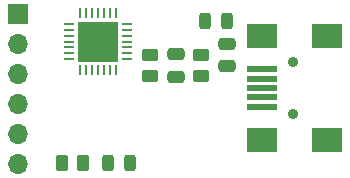
<source format=gts>
%TF.GenerationSoftware,KiCad,Pcbnew,(6.0.5)*%
%TF.CreationDate,2024-01-21T09:52:01+01:00*%
%TF.ProjectId,pmod_usb_serial,706d6f64-5f75-4736-925f-73657269616c,rev?*%
%TF.SameCoordinates,Original*%
%TF.FileFunction,Soldermask,Top*%
%TF.FilePolarity,Negative*%
%FSLAX46Y46*%
G04 Gerber Fmt 4.6, Leading zero omitted, Abs format (unit mm)*
G04 Created by KiCad (PCBNEW (6.0.5)) date 2024-01-21 09:52:01*
%MOMM*%
%LPD*%
G01*
G04 APERTURE LIST*
G04 Aperture macros list*
%AMRoundRect*
0 Rectangle with rounded corners*
0 $1 Rounding radius*
0 $2 $3 $4 $5 $6 $7 $8 $9 X,Y pos of 4 corners*
0 Add a 4 corners polygon primitive as box body*
4,1,4,$2,$3,$4,$5,$6,$7,$8,$9,$2,$3,0*
0 Add four circle primitives for the rounded corners*
1,1,$1+$1,$2,$3*
1,1,$1+$1,$4,$5*
1,1,$1+$1,$6,$7*
1,1,$1+$1,$8,$9*
0 Add four rect primitives between the rounded corners*
20,1,$1+$1,$2,$3,$4,$5,0*
20,1,$1+$1,$4,$5,$6,$7,0*
20,1,$1+$1,$6,$7,$8,$9,0*
20,1,$1+$1,$8,$9,$2,$3,0*%
G04 Aperture macros list end*
%ADD10RoundRect,0.250000X0.262500X0.450000X-0.262500X0.450000X-0.262500X-0.450000X0.262500X-0.450000X0*%
%ADD11RoundRect,0.062500X0.062500X-0.337500X0.062500X0.337500X-0.062500X0.337500X-0.062500X-0.337500X0*%
%ADD12RoundRect,0.062500X0.337500X-0.062500X0.337500X0.062500X-0.337500X0.062500X-0.337500X-0.062500X0*%
%ADD13R,3.350000X3.350000*%
%ADD14C,0.900000*%
%ADD15R,2.500000X0.500000*%
%ADD16R,2.500000X2.000000*%
%ADD17RoundRect,0.250000X0.475000X-0.250000X0.475000X0.250000X-0.475000X0.250000X-0.475000X-0.250000X0*%
%ADD18RoundRect,0.250000X-0.450000X0.262500X-0.450000X-0.262500X0.450000X-0.262500X0.450000X0.262500X0*%
%ADD19R,1.700000X1.700000*%
%ADD20O,1.700000X1.700000*%
%ADD21RoundRect,0.250000X0.450000X-0.262500X0.450000X0.262500X-0.450000X0.262500X-0.450000X-0.262500X0*%
%ADD22RoundRect,0.243750X0.243750X0.456250X-0.243750X0.456250X-0.243750X-0.456250X0.243750X-0.456250X0*%
%ADD23RoundRect,0.250000X-0.475000X0.250000X-0.475000X-0.250000X0.475000X-0.250000X0.475000X0.250000X0*%
G04 APERTURE END LIST*
D10*
%TO.C,R3*%
X135913500Y-103886000D03*
X134088500Y-103886000D03*
%TD*%
D11*
%TO.C,U1*%
X135660000Y-96049000D03*
X136160000Y-96049000D03*
X136660000Y-96049000D03*
X137160000Y-96049000D03*
X137660000Y-96049000D03*
X138160000Y-96049000D03*
X138660000Y-96049000D03*
D12*
X139610000Y-95099000D03*
X139610000Y-94599000D03*
X139610000Y-94099000D03*
X139610000Y-93599000D03*
X139610000Y-93099000D03*
X139610000Y-92599000D03*
X139610000Y-92099000D03*
D11*
X138660000Y-91149000D03*
X138160000Y-91149000D03*
X137660000Y-91149000D03*
X137160000Y-91149000D03*
X136660000Y-91149000D03*
X136160000Y-91149000D03*
X135660000Y-91149000D03*
D12*
X134710000Y-92099000D03*
X134710000Y-92599000D03*
X134710000Y-93099000D03*
X134710000Y-93599000D03*
X134710000Y-94099000D03*
X134710000Y-94599000D03*
X134710000Y-95099000D03*
D13*
X137160000Y-93599000D03*
%TD*%
D14*
%TO.C,J1*%
X153661000Y-99736000D03*
X153661000Y-95336000D03*
D15*
X151061000Y-99136000D03*
X151061000Y-98336000D03*
X151061000Y-97536000D03*
X151061000Y-96736000D03*
X151061000Y-95936000D03*
D16*
X151061000Y-101936000D03*
X151061000Y-93136000D03*
X156561000Y-93136000D03*
X156561000Y-101936000D03*
%TD*%
D17*
%TO.C,C2*%
X143764000Y-96581000D03*
X143764000Y-94681000D03*
%TD*%
D18*
%TO.C,R1*%
X145923000Y-94718500D03*
X145923000Y-96543500D03*
%TD*%
D19*
%TO.C,PMOD1*%
X130428000Y-91244000D03*
D20*
X130428000Y-93784000D03*
X130428000Y-96324000D03*
X130428000Y-98864000D03*
X130428000Y-101404000D03*
X130428000Y-103944000D03*
%TD*%
D21*
%TO.C,R2*%
X141605000Y-96543500D03*
X141605000Y-94718500D03*
%TD*%
D22*
%TO.C,D2*%
X139875500Y-103886000D03*
X138000500Y-103886000D03*
%TD*%
D23*
%TO.C,C1*%
X148082000Y-93792000D03*
X148082000Y-95692000D03*
%TD*%
D22*
%TO.C,D1*%
X148130500Y-91821000D03*
X146255500Y-91821000D03*
%TD*%
M02*

</source>
